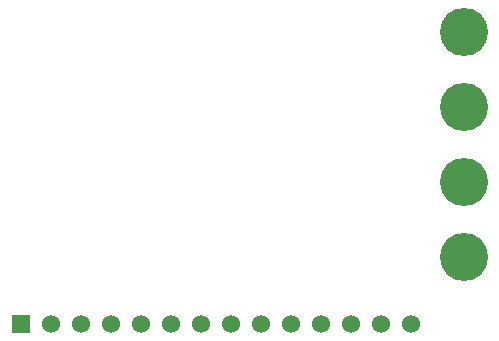
<source format=gbs>
G04 (created by PCBNEW (2013-mar-13)-testing) date Tue 09 Jul 2013 08:38:35 AM EDT*
%MOIN*%
G04 Gerber Fmt 3.4, Leading zero omitted, Abs format*
%FSLAX34Y34*%
G01*
G70*
G90*
G04 APERTURE LIST*
%ADD10C,0.005906*%
%ADD11R,0.060000X0.060000*%
%ADD12C,0.060000*%
%ADD13C,0.160000*%
G04 APERTURE END LIST*
G54D10*
G54D11*
X51237Y-58969D03*
G54D12*
X52237Y-58969D03*
X53237Y-58969D03*
X54237Y-58969D03*
X55237Y-58969D03*
X56237Y-58969D03*
X57237Y-58969D03*
X58237Y-58969D03*
X59237Y-58969D03*
X60237Y-58969D03*
X61237Y-58969D03*
X62237Y-58969D03*
X63237Y-58969D03*
X64237Y-58969D03*
G54D13*
X66000Y-49250D03*
X66000Y-54250D03*
X66000Y-51750D03*
X66000Y-56750D03*
M02*

</source>
